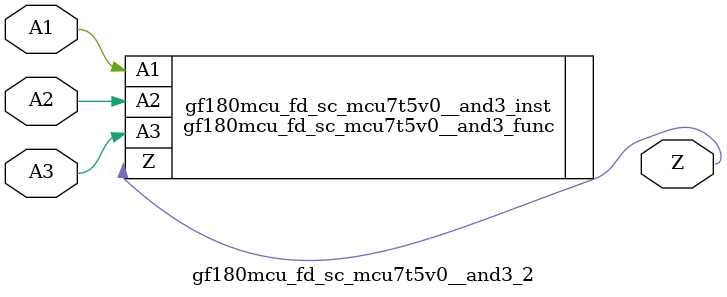
<source format=v>

`ifndef GF180MCU_FD_SC_MCU7T5V0__AND3_2_V
`define GF180MCU_FD_SC_MCU7T5V0__AND3_2_V

`include "gf180mcu_fd_sc_mcu7t5v0__and3.v"

`ifdef USE_POWER_PINS
module gf180mcu_fd_sc_mcu7t5v0__and3_2( A1, A2, A3, Z, VDD, VSS );
inout VDD, VSS;
`else // If not USE_POWER_PINS
module gf180mcu_fd_sc_mcu7t5v0__and3_2( A1, A2, A3, Z );
`endif // If not USE_POWER_PINS
input A1, A2, A3;
output Z;

`ifdef USE_POWER_PINS
  gf180mcu_fd_sc_mcu7t5v0__and3_func gf180mcu_fd_sc_mcu7t5v0__and3_inst(.A1(A1),.A2(A2),.A3(A3),.Z(Z),.VDD(VDD),.VSS(VSS));
`else // If not USE_POWER_PINS
  gf180mcu_fd_sc_mcu7t5v0__and3_func gf180mcu_fd_sc_mcu7t5v0__and3_inst(.A1(A1),.A2(A2),.A3(A3),.Z(Z));
`endif // If not USE_POWER_PINS

`ifndef FUNCTIONAL
	// spec_gates_begin


	// spec_gates_end



   specify

	// specify_block_begin

	// comb arc A1 --> Z
	 (A1 => Z) = (1.0,1.0);

	// comb arc A2 --> Z
	 (A2 => Z) = (1.0,1.0);

	// comb arc A3 --> Z
	 (A3 => Z) = (1.0,1.0);

	// specify_block_end

   endspecify

   `endif

endmodule
`endif // GF180MCU_FD_SC_MCU7T5V0__AND3_2_V

</source>
